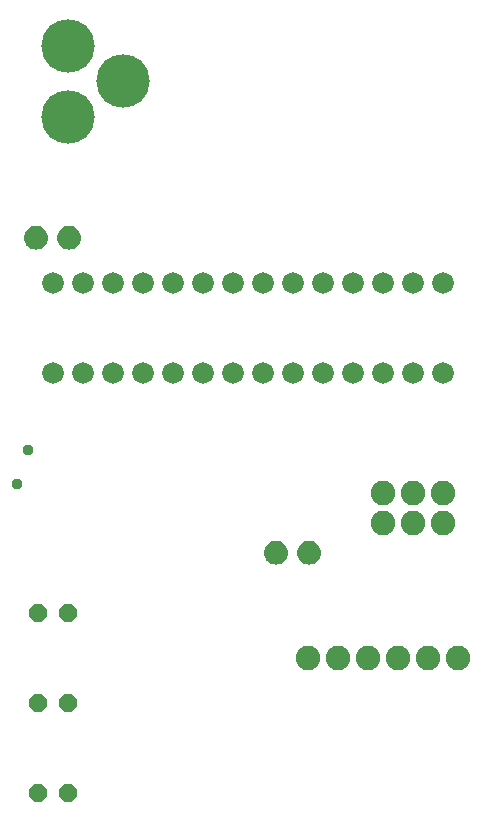
<source format=gbr>
G04 EAGLE Gerber RS-274X export*
G75*
%MOMM*%
%FSLAX34Y34*%
%LPD*%
%INSoldermask Bottom*%
%IPPOS*%
%AMOC8*
5,1,8,0,0,1.08239X$1,22.5*%
G01*
%ADD10C,4.521200*%
%ADD11C,1.828800*%
%ADD12P,1.649562X8X22.500000*%
%ADD13C,2.082800*%
%ADD14C,0.959600*%

G36*
X191760Y751897D02*
X191760Y751897D01*
X191825Y751893D01*
X193656Y752053D01*
X193702Y752066D01*
X193778Y752076D01*
X195542Y752590D01*
X195586Y752611D01*
X195658Y752636D01*
X197288Y753485D01*
X197326Y753514D01*
X197392Y753553D01*
X198825Y754703D01*
X198857Y754739D01*
X198914Y754790D01*
X200095Y756198D01*
X200119Y756239D01*
X200165Y756300D01*
X200710Y757293D01*
X201049Y757912D01*
X201064Y757957D01*
X201098Y758026D01*
X201650Y759779D01*
X201656Y759826D01*
X201676Y759900D01*
X201876Y761727D01*
X201872Y761773D01*
X201878Y761842D01*
X201755Y763518D01*
X201744Y763561D01*
X201738Y763627D01*
X201327Y765257D01*
X201308Y765297D01*
X201290Y765361D01*
X200602Y766894D01*
X200577Y766931D01*
X200548Y766991D01*
X199604Y768381D01*
X199573Y768413D01*
X199535Y768467D01*
X198364Y769673D01*
X198328Y769699D01*
X198280Y769745D01*
X196918Y770729D01*
X196877Y770748D01*
X196823Y770785D01*
X195310Y771518D01*
X195267Y771530D01*
X195207Y771557D01*
X193590Y772015D01*
X193545Y772020D01*
X193481Y772036D01*
X191809Y772207D01*
X191761Y772203D01*
X191682Y772207D01*
X190010Y772041D01*
X189967Y772029D01*
X189902Y772020D01*
X188284Y771566D01*
X188243Y771547D01*
X188180Y771527D01*
X186666Y770799D01*
X186630Y770773D01*
X186571Y770743D01*
X185206Y769762D01*
X185175Y769730D01*
X185122Y769690D01*
X183948Y768488D01*
X183923Y768451D01*
X183878Y768403D01*
X182931Y767015D01*
X182913Y766974D01*
X182877Y766918D01*
X182185Y765387D01*
X182174Y765344D01*
X182148Y765283D01*
X181733Y763654D01*
X181730Y763610D01*
X181715Y763545D01*
X181589Y761870D01*
X181593Y761823D01*
X181591Y761751D01*
X181796Y759916D01*
X181810Y759869D01*
X181822Y759794D01*
X182382Y758033D01*
X182405Y757991D01*
X182431Y757919D01*
X183324Y756302D01*
X183354Y756264D01*
X183394Y756199D01*
X184585Y754787D01*
X184622Y754756D01*
X184674Y754700D01*
X186118Y753547D01*
X186160Y753525D01*
X186222Y753480D01*
X187863Y752631D01*
X187909Y752617D01*
X187978Y752585D01*
X189753Y752072D01*
X189801Y752067D01*
X189876Y752050D01*
X191716Y751893D01*
X191760Y751897D01*
G37*
G36*
X163769Y751897D02*
X163769Y751897D01*
X163834Y751893D01*
X165665Y752053D01*
X165711Y752066D01*
X165787Y752076D01*
X167551Y752590D01*
X167595Y752611D01*
X167667Y752636D01*
X169297Y753485D01*
X169335Y753514D01*
X169401Y753553D01*
X170834Y754703D01*
X170866Y754739D01*
X170923Y754790D01*
X172104Y756198D01*
X172128Y756239D01*
X172174Y756300D01*
X172719Y757293D01*
X173058Y757912D01*
X173073Y757957D01*
X173107Y758026D01*
X173659Y759779D01*
X173665Y759826D01*
X173685Y759900D01*
X173885Y761727D01*
X173881Y761773D01*
X173887Y761842D01*
X173764Y763518D01*
X173753Y763561D01*
X173747Y763627D01*
X173336Y765257D01*
X173317Y765297D01*
X173299Y765361D01*
X172611Y766894D01*
X172586Y766931D01*
X172557Y766991D01*
X171613Y768381D01*
X171582Y768413D01*
X171544Y768467D01*
X170373Y769673D01*
X170337Y769699D01*
X170289Y769745D01*
X168927Y770729D01*
X168886Y770748D01*
X168832Y770785D01*
X167319Y771518D01*
X167276Y771530D01*
X167216Y771557D01*
X165599Y772015D01*
X165554Y772020D01*
X165490Y772036D01*
X163818Y772207D01*
X163770Y772203D01*
X163691Y772207D01*
X162019Y772041D01*
X161976Y772029D01*
X161911Y772020D01*
X160293Y771566D01*
X160252Y771547D01*
X160189Y771527D01*
X158675Y770799D01*
X158639Y770773D01*
X158580Y770743D01*
X157215Y769762D01*
X157184Y769730D01*
X157131Y769690D01*
X155957Y768488D01*
X155932Y768451D01*
X155887Y768403D01*
X154940Y767015D01*
X154922Y766974D01*
X154886Y766918D01*
X154194Y765387D01*
X154183Y765344D01*
X154157Y765283D01*
X153742Y763654D01*
X153739Y763610D01*
X153724Y763545D01*
X153598Y761870D01*
X153602Y761823D01*
X153600Y761751D01*
X153805Y759916D01*
X153819Y759869D01*
X153831Y759794D01*
X154391Y758033D01*
X154414Y757991D01*
X154440Y757919D01*
X155333Y756302D01*
X155363Y756264D01*
X155403Y756199D01*
X156594Y754787D01*
X156631Y754756D01*
X156683Y754700D01*
X158127Y753547D01*
X158169Y753525D01*
X158231Y753480D01*
X159872Y752631D01*
X159918Y752617D01*
X159987Y752585D01*
X161762Y752072D01*
X161810Y752067D01*
X161885Y752050D01*
X163725Y751893D01*
X163769Y751897D01*
G37*
G36*
X394960Y485197D02*
X394960Y485197D01*
X395025Y485193D01*
X396856Y485353D01*
X396902Y485366D01*
X396978Y485376D01*
X398742Y485890D01*
X398786Y485911D01*
X398858Y485936D01*
X400488Y486785D01*
X400526Y486814D01*
X400592Y486853D01*
X402025Y488003D01*
X402057Y488039D01*
X402114Y488090D01*
X403295Y489498D01*
X403319Y489539D01*
X403365Y489600D01*
X403910Y490593D01*
X404249Y491212D01*
X404264Y491257D01*
X404298Y491326D01*
X404850Y493079D01*
X404856Y493126D01*
X404876Y493200D01*
X405076Y495027D01*
X405072Y495073D01*
X405078Y495142D01*
X404955Y496818D01*
X404944Y496861D01*
X404938Y496927D01*
X404527Y498557D01*
X404508Y498597D01*
X404490Y498661D01*
X403802Y500194D01*
X403777Y500231D01*
X403748Y500291D01*
X402804Y501681D01*
X402773Y501713D01*
X402735Y501767D01*
X401564Y502973D01*
X401528Y502999D01*
X401480Y503045D01*
X400118Y504029D01*
X400077Y504048D01*
X400023Y504085D01*
X398510Y504818D01*
X398467Y504830D01*
X398407Y504857D01*
X396790Y505315D01*
X396745Y505320D01*
X396681Y505336D01*
X395009Y505507D01*
X394961Y505503D01*
X394882Y505507D01*
X393210Y505341D01*
X393167Y505329D01*
X393102Y505320D01*
X391484Y504866D01*
X391443Y504847D01*
X391380Y504827D01*
X389866Y504099D01*
X389830Y504073D01*
X389771Y504043D01*
X388406Y503062D01*
X388375Y503030D01*
X388322Y502990D01*
X387148Y501788D01*
X387123Y501751D01*
X387078Y501703D01*
X386131Y500315D01*
X386113Y500274D01*
X386077Y500218D01*
X385385Y498687D01*
X385374Y498644D01*
X385348Y498583D01*
X384933Y496954D01*
X384930Y496910D01*
X384915Y496845D01*
X384789Y495170D01*
X384793Y495123D01*
X384791Y495051D01*
X384996Y493216D01*
X385010Y493169D01*
X385022Y493094D01*
X385582Y491333D01*
X385605Y491291D01*
X385631Y491219D01*
X386524Y489602D01*
X386554Y489564D01*
X386594Y489499D01*
X387785Y488087D01*
X387822Y488056D01*
X387874Y488000D01*
X389318Y486847D01*
X389360Y486825D01*
X389422Y486780D01*
X391063Y485931D01*
X391109Y485917D01*
X391178Y485885D01*
X392953Y485372D01*
X393001Y485367D01*
X393076Y485350D01*
X394916Y485193D01*
X394960Y485197D01*
G37*
G36*
X366969Y485197D02*
X366969Y485197D01*
X367034Y485193D01*
X368865Y485353D01*
X368911Y485366D01*
X368987Y485376D01*
X370751Y485890D01*
X370795Y485911D01*
X370867Y485936D01*
X372497Y486785D01*
X372535Y486814D01*
X372601Y486853D01*
X374034Y488003D01*
X374066Y488039D01*
X374123Y488090D01*
X375304Y489498D01*
X375328Y489539D01*
X375374Y489600D01*
X375919Y490593D01*
X376258Y491212D01*
X376273Y491257D01*
X376307Y491326D01*
X376859Y493079D01*
X376865Y493126D01*
X376885Y493200D01*
X377085Y495027D01*
X377081Y495073D01*
X377087Y495142D01*
X376964Y496818D01*
X376953Y496861D01*
X376947Y496927D01*
X376536Y498557D01*
X376517Y498597D01*
X376499Y498661D01*
X375811Y500194D01*
X375786Y500231D01*
X375757Y500291D01*
X374813Y501681D01*
X374782Y501713D01*
X374744Y501767D01*
X373573Y502973D01*
X373537Y502999D01*
X373489Y503045D01*
X372127Y504029D01*
X372086Y504048D01*
X372032Y504085D01*
X370519Y504818D01*
X370476Y504830D01*
X370416Y504857D01*
X368799Y505315D01*
X368754Y505320D01*
X368690Y505336D01*
X367018Y505507D01*
X366970Y505503D01*
X366891Y505507D01*
X365219Y505341D01*
X365176Y505329D01*
X365111Y505320D01*
X363493Y504866D01*
X363452Y504847D01*
X363389Y504827D01*
X361875Y504099D01*
X361839Y504073D01*
X361780Y504043D01*
X360415Y503062D01*
X360384Y503030D01*
X360331Y502990D01*
X359157Y501788D01*
X359132Y501751D01*
X359087Y501703D01*
X358140Y500315D01*
X358122Y500274D01*
X358086Y500218D01*
X357394Y498687D01*
X357383Y498644D01*
X357357Y498583D01*
X356942Y496954D01*
X356939Y496910D01*
X356924Y496845D01*
X356798Y495170D01*
X356802Y495123D01*
X356800Y495051D01*
X357005Y493216D01*
X357019Y493169D01*
X357031Y493094D01*
X357591Y491333D01*
X357614Y491291D01*
X357640Y491219D01*
X358533Y489602D01*
X358563Y489564D01*
X358603Y489499D01*
X359794Y488087D01*
X359831Y488056D01*
X359883Y488000D01*
X361327Y486847D01*
X361369Y486825D01*
X361431Y486780D01*
X363072Y485931D01*
X363118Y485917D01*
X363187Y485885D01*
X364962Y485372D01*
X365010Y485367D01*
X365085Y485350D01*
X366925Y485193D01*
X366969Y485197D01*
G37*
D10*
X190500Y924400D03*
X190500Y864400D03*
X237500Y894400D03*
D11*
X177800Y647700D03*
X203200Y647700D03*
X228600Y647700D03*
X254000Y647700D03*
X279400Y647700D03*
X304800Y647700D03*
X330200Y647700D03*
X355600Y647700D03*
X381000Y647700D03*
X406400Y647700D03*
X431800Y647700D03*
X457200Y647700D03*
X482600Y647700D03*
X508000Y647700D03*
X508000Y723900D03*
X482600Y723900D03*
X457200Y723900D03*
X431800Y723900D03*
X406400Y723900D03*
X381000Y723900D03*
X355600Y723900D03*
X330200Y723900D03*
X304800Y723900D03*
X279400Y723900D03*
X254000Y723900D03*
X228600Y723900D03*
X203200Y723900D03*
X177800Y723900D03*
D12*
X165100Y444500D03*
X190500Y444500D03*
X165100Y368300D03*
X190500Y368300D03*
X165100Y292100D03*
X190500Y292100D03*
D13*
X393700Y406400D03*
X419100Y406400D03*
X444500Y406400D03*
X469900Y406400D03*
X495300Y406400D03*
X520700Y406400D03*
X457200Y520700D03*
X457200Y546100D03*
X482600Y520700D03*
X482600Y546100D03*
X508000Y520700D03*
X508000Y546100D03*
D14*
X156972Y582168D03*
X147828Y553212D03*
M02*

</source>
